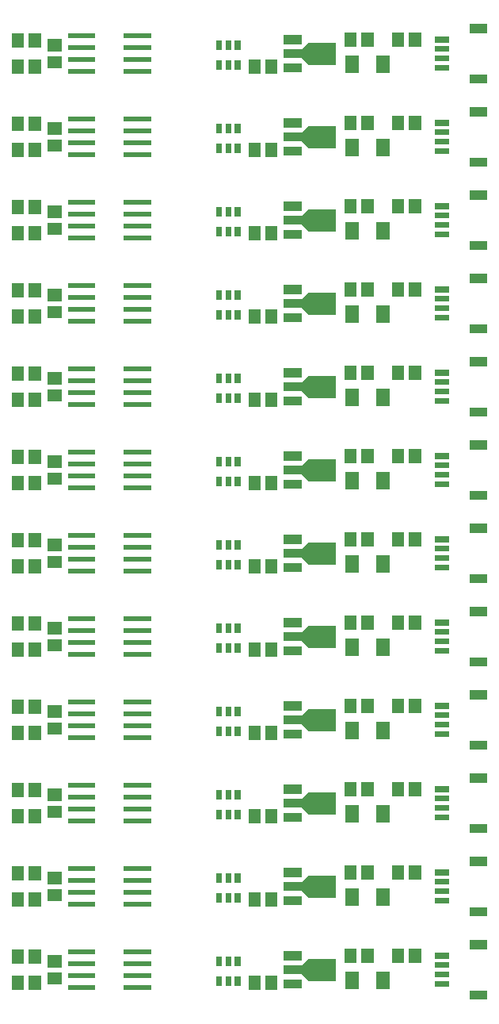
<source format=gbr>
G04 start of page 11 for group -4015 idx -4015 *
G04 Title: (unknown), toppaste *
G04 Creator: pcb 4.0.2 *
G04 CreationDate: Sun Oct 16 03:37:32 2022 UTC *
G04 For: ndholmes *
G04 Format: Gerber/RS-274X *
G04 PCB-Dimensions (mil): 3000.00 5500.00 *
G04 PCB-Coordinate-Origin: lower left *
%MOIN*%
%FSLAX25Y25*%
%LNTOPPASTE*%
%ADD53C,0.0001*%
G54D53*G36*
X228750Y466750D02*X223250D01*
Y459250D01*
X228750D01*
Y466750D01*
G37*
G36*
X215750D02*X210250D01*
Y459250D01*
X215750D01*
Y466750D01*
G37*
G36*
X85048Y466516D02*Y461398D01*
X90952D01*
Y466516D01*
X85048D01*
G37*
G36*
Y473602D02*Y468484D01*
X90952D01*
Y473602D01*
X85048D01*
G37*
G36*
X75016Y464952D02*X69898D01*
Y459048D01*
X75016D01*
Y464952D01*
G37*
G36*
X82102D02*X76984D01*
Y459048D01*
X82102D01*
Y464952D01*
G37*
G36*
X75016Y475952D02*X69898D01*
Y470048D01*
X75016D01*
Y475952D01*
G37*
G36*
X82102D02*X76984D01*
Y470048D01*
X82102D01*
Y475952D01*
G37*
G36*
X247949Y462775D02*Y460413D01*
X254051D01*
Y462775D01*
X247949D01*
G37*
G36*
Y466712D02*Y464350D01*
X254051D01*
Y466712D01*
X247949D01*
G37*
G36*
Y470650D02*Y468288D01*
X254051D01*
Y470650D01*
X247949D01*
G37*
G36*
Y474587D02*Y472225D01*
X254051D01*
Y474587D01*
X247949D01*
G37*
G36*
X262713Y458838D02*Y455000D01*
X269799D01*
Y458838D01*
X262713D01*
G37*
G36*
Y480000D02*Y476162D01*
X269799D01*
Y480000D01*
X262713D01*
G37*
G36*
X166100Y473000D02*X163700D01*
Y469000D01*
X166100D01*
Y473000D01*
G37*
G36*
X162200D02*X159800D01*
Y469000D01*
X162200D01*
Y473000D01*
G37*
G36*
X158300D02*X155900D01*
Y469000D01*
X158300D01*
Y473000D01*
G37*
G36*
Y464800D02*X155900D01*
Y460800D01*
X158300D01*
Y464800D01*
G37*
G36*
X162200D02*X159800D01*
Y460800D01*
X162200D01*
Y464800D01*
G37*
G36*
X166100D02*X163700D01*
Y460800D01*
X166100D01*
Y464800D01*
G37*
G36*
X184126Y475296D02*Y471516D01*
X192000D01*
Y475296D01*
X184126D01*
G37*
G36*
Y469390D02*Y465610D01*
X199716D01*
Y469390D01*
X184126D01*
G37*
G36*
X194835Y472225D02*Y462775D01*
X206175D01*
Y472225D01*
X194835D01*
G37*
G36*
X196255Y470805D02*X194835Y472225D01*
X191995Y469385D01*
X193415Y467965D01*
X196255Y470805D01*
G37*
G36*
X193415Y467035D02*X191995Y465615D01*
X194835Y462775D01*
X196255Y464195D01*
X193415Y467035D01*
G37*
G36*
X184126Y463484D02*Y459704D01*
X192000D01*
Y463484D01*
X184126D01*
G37*
G36*
X181602Y464952D02*X176484D01*
Y459048D01*
X181602D01*
Y464952D01*
G37*
G36*
X174516D02*X169398D01*
Y459048D01*
X174516D01*
Y464952D01*
G37*
G36*
X215016Y476452D02*X209898D01*
Y470548D01*
X215016D01*
Y476452D01*
G37*
G36*
X222102D02*X216984D01*
Y470548D01*
X222102D01*
Y476452D01*
G37*
G36*
X235016D02*X229898D01*
Y470548D01*
X235016D01*
Y476452D01*
G37*
G36*
X242102D02*X236984D01*
Y470548D01*
X242102D01*
Y476452D01*
G37*
G36*
X96500Y476000D02*Y474000D01*
X105000D01*
Y476000D01*
X96500D01*
G37*
G36*
Y471000D02*Y469000D01*
X105000D01*
Y471000D01*
X96500D01*
G37*
G36*
Y466000D02*Y464000D01*
X105000D01*
Y466000D01*
X96500D01*
G37*
G36*
Y461000D02*Y459000D01*
X105000D01*
Y461000D01*
X96500D01*
G37*
G36*
X117000D02*Y459000D01*
X125500D01*
Y461000D01*
X117000D01*
G37*
G36*
Y466000D02*Y464000D01*
X125500D01*
Y466000D01*
X117000D01*
G37*
G36*
Y471000D02*Y469000D01*
X125500D01*
Y471000D01*
X117000D01*
G37*
G36*
Y476000D02*Y474000D01*
X125500D01*
Y476000D01*
X117000D01*
G37*
G36*
X93500D02*Y474000D01*
X102000D01*
Y476000D01*
X93500D01*
G37*
G36*
Y471000D02*Y469000D01*
X102000D01*
Y471000D01*
X93500D01*
G37*
G36*
Y466000D02*Y464000D01*
X102000D01*
Y466000D01*
X93500D01*
G37*
G36*
Y461000D02*Y459000D01*
X102000D01*
Y461000D01*
X93500D01*
G37*
G36*
X120000D02*Y459000D01*
X128500D01*
Y461000D01*
X120000D01*
G37*
G36*
Y466000D02*Y464000D01*
X128500D01*
Y466000D01*
X120000D01*
G37*
G36*
Y471000D02*Y469000D01*
X128500D01*
Y471000D01*
X120000D01*
G37*
G36*
Y476000D02*Y474000D01*
X128500D01*
Y476000D01*
X120000D01*
G37*
G36*
X228750Y431750D02*X223250D01*
Y424250D01*
X228750D01*
Y431750D01*
G37*
G36*
X215750D02*X210250D01*
Y424250D01*
X215750D01*
Y431750D01*
G37*
G36*
X85048Y431516D02*Y426398D01*
X90952D01*
Y431516D01*
X85048D01*
G37*
G36*
Y438602D02*Y433484D01*
X90952D01*
Y438602D01*
X85048D01*
G37*
G36*
X75016Y429952D02*X69898D01*
Y424048D01*
X75016D01*
Y429952D01*
G37*
G36*
X82102D02*X76984D01*
Y424048D01*
X82102D01*
Y429952D01*
G37*
G36*
X75016Y440952D02*X69898D01*
Y435048D01*
X75016D01*
Y440952D01*
G37*
G36*
X82102D02*X76984D01*
Y435048D01*
X82102D01*
Y440952D01*
G37*
G36*
X247949Y427775D02*Y425413D01*
X254051D01*
Y427775D01*
X247949D01*
G37*
G36*
Y431712D02*Y429350D01*
X254051D01*
Y431712D01*
X247949D01*
G37*
G36*
Y435650D02*Y433288D01*
X254051D01*
Y435650D01*
X247949D01*
G37*
G36*
Y439587D02*Y437225D01*
X254051D01*
Y439587D01*
X247949D01*
G37*
G36*
X262713Y423838D02*Y420000D01*
X269799D01*
Y423838D01*
X262713D01*
G37*
G36*
Y445000D02*Y441162D01*
X269799D01*
Y445000D01*
X262713D01*
G37*
G36*
X166100Y438000D02*X163700D01*
Y434000D01*
X166100D01*
Y438000D01*
G37*
G36*
X162200D02*X159800D01*
Y434000D01*
X162200D01*
Y438000D01*
G37*
G36*
X158300D02*X155900D01*
Y434000D01*
X158300D01*
Y438000D01*
G37*
G36*
Y429800D02*X155900D01*
Y425800D01*
X158300D01*
Y429800D01*
G37*
G36*
X162200D02*X159800D01*
Y425800D01*
X162200D01*
Y429800D01*
G37*
G36*
X166100D02*X163700D01*
Y425800D01*
X166100D01*
Y429800D01*
G37*
G36*
X184126Y440296D02*Y436516D01*
X192000D01*
Y440296D01*
X184126D01*
G37*
G36*
Y434390D02*Y430610D01*
X199716D01*
Y434390D01*
X184126D01*
G37*
G36*
X194835Y437225D02*Y427775D01*
X206175D01*
Y437225D01*
X194835D01*
G37*
G36*
X196255Y435805D02*X194835Y437225D01*
X191995Y434385D01*
X193415Y432965D01*
X196255Y435805D01*
G37*
G36*
X193415Y432035D02*X191995Y430615D01*
X194835Y427775D01*
X196255Y429195D01*
X193415Y432035D01*
G37*
G36*
X184126Y428484D02*Y424704D01*
X192000D01*
Y428484D01*
X184126D01*
G37*
G36*
X181602Y429952D02*X176484D01*
Y424048D01*
X181602D01*
Y429952D01*
G37*
G36*
X174516D02*X169398D01*
Y424048D01*
X174516D01*
Y429952D01*
G37*
G36*
X215016Y441452D02*X209898D01*
Y435548D01*
X215016D01*
Y441452D01*
G37*
G36*
X222102D02*X216984D01*
Y435548D01*
X222102D01*
Y441452D01*
G37*
G36*
X235016D02*X229898D01*
Y435548D01*
X235016D01*
Y441452D01*
G37*
G36*
X242102D02*X236984D01*
Y435548D01*
X242102D01*
Y441452D01*
G37*
G36*
X96500Y441000D02*Y439000D01*
X105000D01*
Y441000D01*
X96500D01*
G37*
G36*
Y436000D02*Y434000D01*
X105000D01*
Y436000D01*
X96500D01*
G37*
G36*
Y431000D02*Y429000D01*
X105000D01*
Y431000D01*
X96500D01*
G37*
G36*
Y426000D02*Y424000D01*
X105000D01*
Y426000D01*
X96500D01*
G37*
G36*
X117000D02*Y424000D01*
X125500D01*
Y426000D01*
X117000D01*
G37*
G36*
Y431000D02*Y429000D01*
X125500D01*
Y431000D01*
X117000D01*
G37*
G36*
Y436000D02*Y434000D01*
X125500D01*
Y436000D01*
X117000D01*
G37*
G36*
Y441000D02*Y439000D01*
X125500D01*
Y441000D01*
X117000D01*
G37*
G36*
X93500D02*Y439000D01*
X102000D01*
Y441000D01*
X93500D01*
G37*
G36*
Y436000D02*Y434000D01*
X102000D01*
Y436000D01*
X93500D01*
G37*
G36*
Y431000D02*Y429000D01*
X102000D01*
Y431000D01*
X93500D01*
G37*
G36*
Y426000D02*Y424000D01*
X102000D01*
Y426000D01*
X93500D01*
G37*
G36*
X120000D02*Y424000D01*
X128500D01*
Y426000D01*
X120000D01*
G37*
G36*
Y431000D02*Y429000D01*
X128500D01*
Y431000D01*
X120000D01*
G37*
G36*
Y436000D02*Y434000D01*
X128500D01*
Y436000D01*
X120000D01*
G37*
G36*
Y441000D02*Y439000D01*
X128500D01*
Y441000D01*
X120000D01*
G37*
G36*
X228750Y396750D02*X223250D01*
Y389250D01*
X228750D01*
Y396750D01*
G37*
G36*
X215750D02*X210250D01*
Y389250D01*
X215750D01*
Y396750D01*
G37*
G36*
X85048Y396516D02*Y391398D01*
X90952D01*
Y396516D01*
X85048D01*
G37*
G36*
Y403602D02*Y398484D01*
X90952D01*
Y403602D01*
X85048D01*
G37*
G36*
X75016Y394952D02*X69898D01*
Y389048D01*
X75016D01*
Y394952D01*
G37*
G36*
X82102D02*X76984D01*
Y389048D01*
X82102D01*
Y394952D01*
G37*
G36*
X75016Y405952D02*X69898D01*
Y400048D01*
X75016D01*
Y405952D01*
G37*
G36*
X82102D02*X76984D01*
Y400048D01*
X82102D01*
Y405952D01*
G37*
G36*
X247949Y392775D02*Y390413D01*
X254051D01*
Y392775D01*
X247949D01*
G37*
G36*
Y396712D02*Y394350D01*
X254051D01*
Y396712D01*
X247949D01*
G37*
G36*
Y400650D02*Y398288D01*
X254051D01*
Y400650D01*
X247949D01*
G37*
G36*
Y404587D02*Y402225D01*
X254051D01*
Y404587D01*
X247949D01*
G37*
G36*
X262713Y388838D02*Y385000D01*
X269799D01*
Y388838D01*
X262713D01*
G37*
G36*
Y410000D02*Y406162D01*
X269799D01*
Y410000D01*
X262713D01*
G37*
G36*
X166100Y403000D02*X163700D01*
Y399000D01*
X166100D01*
Y403000D01*
G37*
G36*
X162200D02*X159800D01*
Y399000D01*
X162200D01*
Y403000D01*
G37*
G36*
X158300D02*X155900D01*
Y399000D01*
X158300D01*
Y403000D01*
G37*
G36*
Y394800D02*X155900D01*
Y390800D01*
X158300D01*
Y394800D01*
G37*
G36*
X162200D02*X159800D01*
Y390800D01*
X162200D01*
Y394800D01*
G37*
G36*
X166100D02*X163700D01*
Y390800D01*
X166100D01*
Y394800D01*
G37*
G36*
X184126Y405296D02*Y401516D01*
X192000D01*
Y405296D01*
X184126D01*
G37*
G36*
Y399390D02*Y395610D01*
X199716D01*
Y399390D01*
X184126D01*
G37*
G36*
X194835Y402225D02*Y392775D01*
X206175D01*
Y402225D01*
X194835D01*
G37*
G36*
X196255Y400805D02*X194835Y402225D01*
X191995Y399385D01*
X193415Y397965D01*
X196255Y400805D01*
G37*
G36*
X193415Y397035D02*X191995Y395615D01*
X194835Y392775D01*
X196255Y394195D01*
X193415Y397035D01*
G37*
G36*
X184126Y393484D02*Y389704D01*
X192000D01*
Y393484D01*
X184126D01*
G37*
G36*
X181602Y394952D02*X176484D01*
Y389048D01*
X181602D01*
Y394952D01*
G37*
G36*
X174516D02*X169398D01*
Y389048D01*
X174516D01*
Y394952D01*
G37*
G36*
X215016Y406452D02*X209898D01*
Y400548D01*
X215016D01*
Y406452D01*
G37*
G36*
X222102D02*X216984D01*
Y400548D01*
X222102D01*
Y406452D01*
G37*
G36*
X235016D02*X229898D01*
Y400548D01*
X235016D01*
Y406452D01*
G37*
G36*
X242102D02*X236984D01*
Y400548D01*
X242102D01*
Y406452D01*
G37*
G36*
X96500Y406000D02*Y404000D01*
X105000D01*
Y406000D01*
X96500D01*
G37*
G36*
Y401000D02*Y399000D01*
X105000D01*
Y401000D01*
X96500D01*
G37*
G36*
Y396000D02*Y394000D01*
X105000D01*
Y396000D01*
X96500D01*
G37*
G36*
Y391000D02*Y389000D01*
X105000D01*
Y391000D01*
X96500D01*
G37*
G36*
X117000D02*Y389000D01*
X125500D01*
Y391000D01*
X117000D01*
G37*
G36*
Y396000D02*Y394000D01*
X125500D01*
Y396000D01*
X117000D01*
G37*
G36*
Y401000D02*Y399000D01*
X125500D01*
Y401000D01*
X117000D01*
G37*
G36*
Y406000D02*Y404000D01*
X125500D01*
Y406000D01*
X117000D01*
G37*
G36*
X93500D02*Y404000D01*
X102000D01*
Y406000D01*
X93500D01*
G37*
G36*
Y401000D02*Y399000D01*
X102000D01*
Y401000D01*
X93500D01*
G37*
G36*
Y396000D02*Y394000D01*
X102000D01*
Y396000D01*
X93500D01*
G37*
G36*
Y391000D02*Y389000D01*
X102000D01*
Y391000D01*
X93500D01*
G37*
G36*
X120000D02*Y389000D01*
X128500D01*
Y391000D01*
X120000D01*
G37*
G36*
Y396000D02*Y394000D01*
X128500D01*
Y396000D01*
X120000D01*
G37*
G36*
Y401000D02*Y399000D01*
X128500D01*
Y401000D01*
X120000D01*
G37*
G36*
Y406000D02*Y404000D01*
X128500D01*
Y406000D01*
X120000D01*
G37*
G36*
X228750Y361750D02*X223250D01*
Y354250D01*
X228750D01*
Y361750D01*
G37*
G36*
X215750D02*X210250D01*
Y354250D01*
X215750D01*
Y361750D01*
G37*
G36*
X85048Y361516D02*Y356398D01*
X90952D01*
Y361516D01*
X85048D01*
G37*
G36*
Y368602D02*Y363484D01*
X90952D01*
Y368602D01*
X85048D01*
G37*
G36*
X75016Y359952D02*X69898D01*
Y354048D01*
X75016D01*
Y359952D01*
G37*
G36*
X82102D02*X76984D01*
Y354048D01*
X82102D01*
Y359952D01*
G37*
G36*
X75016Y370952D02*X69898D01*
Y365048D01*
X75016D01*
Y370952D01*
G37*
G36*
X82102D02*X76984D01*
Y365048D01*
X82102D01*
Y370952D01*
G37*
G36*
X247949Y357775D02*Y355413D01*
X254051D01*
Y357775D01*
X247949D01*
G37*
G36*
Y361712D02*Y359350D01*
X254051D01*
Y361712D01*
X247949D01*
G37*
G36*
Y365650D02*Y363288D01*
X254051D01*
Y365650D01*
X247949D01*
G37*
G36*
Y369587D02*Y367225D01*
X254051D01*
Y369587D01*
X247949D01*
G37*
G36*
X262713Y353838D02*Y350000D01*
X269799D01*
Y353838D01*
X262713D01*
G37*
G36*
Y375000D02*Y371162D01*
X269799D01*
Y375000D01*
X262713D01*
G37*
G36*
X166100Y368000D02*X163700D01*
Y364000D01*
X166100D01*
Y368000D01*
G37*
G36*
X162200D02*X159800D01*
Y364000D01*
X162200D01*
Y368000D01*
G37*
G36*
X158300D02*X155900D01*
Y364000D01*
X158300D01*
Y368000D01*
G37*
G36*
Y359800D02*X155900D01*
Y355800D01*
X158300D01*
Y359800D01*
G37*
G36*
X162200D02*X159800D01*
Y355800D01*
X162200D01*
Y359800D01*
G37*
G36*
X166100D02*X163700D01*
Y355800D01*
X166100D01*
Y359800D01*
G37*
G36*
X184126Y370296D02*Y366516D01*
X192000D01*
Y370296D01*
X184126D01*
G37*
G36*
Y364390D02*Y360610D01*
X199716D01*
Y364390D01*
X184126D01*
G37*
G36*
X194835Y367225D02*Y357775D01*
X206175D01*
Y367225D01*
X194835D01*
G37*
G36*
X196255Y365805D02*X194835Y367225D01*
X191995Y364385D01*
X193415Y362965D01*
X196255Y365805D01*
G37*
G36*
X193415Y362035D02*X191995Y360615D01*
X194835Y357775D01*
X196255Y359195D01*
X193415Y362035D01*
G37*
G36*
X184126Y358484D02*Y354704D01*
X192000D01*
Y358484D01*
X184126D01*
G37*
G36*
X181602Y359952D02*X176484D01*
Y354048D01*
X181602D01*
Y359952D01*
G37*
G36*
X174516D02*X169398D01*
Y354048D01*
X174516D01*
Y359952D01*
G37*
G36*
X215016Y371452D02*X209898D01*
Y365548D01*
X215016D01*
Y371452D01*
G37*
G36*
X222102D02*X216984D01*
Y365548D01*
X222102D01*
Y371452D01*
G37*
G36*
X235016D02*X229898D01*
Y365548D01*
X235016D01*
Y371452D01*
G37*
G36*
X242102D02*X236984D01*
Y365548D01*
X242102D01*
Y371452D01*
G37*
G36*
X96500Y371000D02*Y369000D01*
X105000D01*
Y371000D01*
X96500D01*
G37*
G36*
Y366000D02*Y364000D01*
X105000D01*
Y366000D01*
X96500D01*
G37*
G36*
Y361000D02*Y359000D01*
X105000D01*
Y361000D01*
X96500D01*
G37*
G36*
Y356000D02*Y354000D01*
X105000D01*
Y356000D01*
X96500D01*
G37*
G36*
X117000D02*Y354000D01*
X125500D01*
Y356000D01*
X117000D01*
G37*
G36*
Y361000D02*Y359000D01*
X125500D01*
Y361000D01*
X117000D01*
G37*
G36*
Y366000D02*Y364000D01*
X125500D01*
Y366000D01*
X117000D01*
G37*
G36*
Y371000D02*Y369000D01*
X125500D01*
Y371000D01*
X117000D01*
G37*
G36*
X93500D02*Y369000D01*
X102000D01*
Y371000D01*
X93500D01*
G37*
G36*
Y366000D02*Y364000D01*
X102000D01*
Y366000D01*
X93500D01*
G37*
G36*
Y361000D02*Y359000D01*
X102000D01*
Y361000D01*
X93500D01*
G37*
G36*
Y356000D02*Y354000D01*
X102000D01*
Y356000D01*
X93500D01*
G37*
G36*
X120000D02*Y354000D01*
X128500D01*
Y356000D01*
X120000D01*
G37*
G36*
Y361000D02*Y359000D01*
X128500D01*
Y361000D01*
X120000D01*
G37*
G36*
Y366000D02*Y364000D01*
X128500D01*
Y366000D01*
X120000D01*
G37*
G36*
Y371000D02*Y369000D01*
X128500D01*
Y371000D01*
X120000D01*
G37*
G36*
X228750Y326750D02*X223250D01*
Y319250D01*
X228750D01*
Y326750D01*
G37*
G36*
X215750D02*X210250D01*
Y319250D01*
X215750D01*
Y326750D01*
G37*
G36*
X85048Y326516D02*Y321398D01*
X90952D01*
Y326516D01*
X85048D01*
G37*
G36*
Y333602D02*Y328484D01*
X90952D01*
Y333602D01*
X85048D01*
G37*
G36*
X75016Y324952D02*X69898D01*
Y319048D01*
X75016D01*
Y324952D01*
G37*
G36*
X82102D02*X76984D01*
Y319048D01*
X82102D01*
Y324952D01*
G37*
G36*
X75016Y335952D02*X69898D01*
Y330048D01*
X75016D01*
Y335952D01*
G37*
G36*
X82102D02*X76984D01*
Y330048D01*
X82102D01*
Y335952D01*
G37*
G36*
X247949Y322775D02*Y320413D01*
X254051D01*
Y322775D01*
X247949D01*
G37*
G36*
Y326712D02*Y324350D01*
X254051D01*
Y326712D01*
X247949D01*
G37*
G36*
Y330650D02*Y328288D01*
X254051D01*
Y330650D01*
X247949D01*
G37*
G36*
Y334587D02*Y332225D01*
X254051D01*
Y334587D01*
X247949D01*
G37*
G36*
X262713Y318838D02*Y315000D01*
X269799D01*
Y318838D01*
X262713D01*
G37*
G36*
Y340000D02*Y336162D01*
X269799D01*
Y340000D01*
X262713D01*
G37*
G36*
X166100Y333000D02*X163700D01*
Y329000D01*
X166100D01*
Y333000D01*
G37*
G36*
X162200D02*X159800D01*
Y329000D01*
X162200D01*
Y333000D01*
G37*
G36*
X158300D02*X155900D01*
Y329000D01*
X158300D01*
Y333000D01*
G37*
G36*
Y324800D02*X155900D01*
Y320800D01*
X158300D01*
Y324800D01*
G37*
G36*
X162200D02*X159800D01*
Y320800D01*
X162200D01*
Y324800D01*
G37*
G36*
X166100D02*X163700D01*
Y320800D01*
X166100D01*
Y324800D01*
G37*
G36*
X184126Y335296D02*Y331516D01*
X192000D01*
Y335296D01*
X184126D01*
G37*
G36*
Y329390D02*Y325610D01*
X199716D01*
Y329390D01*
X184126D01*
G37*
G36*
X194835Y332225D02*Y322775D01*
X206175D01*
Y332225D01*
X194835D01*
G37*
G36*
X196255Y330805D02*X194835Y332225D01*
X191995Y329385D01*
X193415Y327965D01*
X196255Y330805D01*
G37*
G36*
X193415Y327035D02*X191995Y325615D01*
X194835Y322775D01*
X196255Y324195D01*
X193415Y327035D01*
G37*
G36*
X184126Y323484D02*Y319704D01*
X192000D01*
Y323484D01*
X184126D01*
G37*
G36*
X181602Y324952D02*X176484D01*
Y319048D01*
X181602D01*
Y324952D01*
G37*
G36*
X174516D02*X169398D01*
Y319048D01*
X174516D01*
Y324952D01*
G37*
G36*
X215016Y336452D02*X209898D01*
Y330548D01*
X215016D01*
Y336452D01*
G37*
G36*
X222102D02*X216984D01*
Y330548D01*
X222102D01*
Y336452D01*
G37*
G36*
X235016D02*X229898D01*
Y330548D01*
X235016D01*
Y336452D01*
G37*
G36*
X242102D02*X236984D01*
Y330548D01*
X242102D01*
Y336452D01*
G37*
G36*
X96500Y336000D02*Y334000D01*
X105000D01*
Y336000D01*
X96500D01*
G37*
G36*
Y331000D02*Y329000D01*
X105000D01*
Y331000D01*
X96500D01*
G37*
G36*
Y326000D02*Y324000D01*
X105000D01*
Y326000D01*
X96500D01*
G37*
G36*
Y321000D02*Y319000D01*
X105000D01*
Y321000D01*
X96500D01*
G37*
G36*
X117000D02*Y319000D01*
X125500D01*
Y321000D01*
X117000D01*
G37*
G36*
Y326000D02*Y324000D01*
X125500D01*
Y326000D01*
X117000D01*
G37*
G36*
Y331000D02*Y329000D01*
X125500D01*
Y331000D01*
X117000D01*
G37*
G36*
Y336000D02*Y334000D01*
X125500D01*
Y336000D01*
X117000D01*
G37*
G36*
X93500D02*Y334000D01*
X102000D01*
Y336000D01*
X93500D01*
G37*
G36*
Y331000D02*Y329000D01*
X102000D01*
Y331000D01*
X93500D01*
G37*
G36*
Y326000D02*Y324000D01*
X102000D01*
Y326000D01*
X93500D01*
G37*
G36*
Y321000D02*Y319000D01*
X102000D01*
Y321000D01*
X93500D01*
G37*
G36*
X120000D02*Y319000D01*
X128500D01*
Y321000D01*
X120000D01*
G37*
G36*
Y326000D02*Y324000D01*
X128500D01*
Y326000D01*
X120000D01*
G37*
G36*
Y331000D02*Y329000D01*
X128500D01*
Y331000D01*
X120000D01*
G37*
G36*
Y336000D02*Y334000D01*
X128500D01*
Y336000D01*
X120000D01*
G37*
G36*
X228750Y291750D02*X223250D01*
Y284250D01*
X228750D01*
Y291750D01*
G37*
G36*
X215750D02*X210250D01*
Y284250D01*
X215750D01*
Y291750D01*
G37*
G36*
X85048Y291516D02*Y286398D01*
X90952D01*
Y291516D01*
X85048D01*
G37*
G36*
Y298602D02*Y293484D01*
X90952D01*
Y298602D01*
X85048D01*
G37*
G36*
X75016Y289952D02*X69898D01*
Y284048D01*
X75016D01*
Y289952D01*
G37*
G36*
X82102D02*X76984D01*
Y284048D01*
X82102D01*
Y289952D01*
G37*
G36*
X75016Y300952D02*X69898D01*
Y295048D01*
X75016D01*
Y300952D01*
G37*
G36*
X82102D02*X76984D01*
Y295048D01*
X82102D01*
Y300952D01*
G37*
G36*
X247949Y287775D02*Y285413D01*
X254051D01*
Y287775D01*
X247949D01*
G37*
G36*
Y291712D02*Y289350D01*
X254051D01*
Y291712D01*
X247949D01*
G37*
G36*
Y295650D02*Y293288D01*
X254051D01*
Y295650D01*
X247949D01*
G37*
G36*
Y299587D02*Y297225D01*
X254051D01*
Y299587D01*
X247949D01*
G37*
G36*
X262713Y283838D02*Y280000D01*
X269799D01*
Y283838D01*
X262713D01*
G37*
G36*
Y305000D02*Y301162D01*
X269799D01*
Y305000D01*
X262713D01*
G37*
G36*
X166100Y298000D02*X163700D01*
Y294000D01*
X166100D01*
Y298000D01*
G37*
G36*
X162200D02*X159800D01*
Y294000D01*
X162200D01*
Y298000D01*
G37*
G36*
X158300D02*X155900D01*
Y294000D01*
X158300D01*
Y298000D01*
G37*
G36*
Y289800D02*X155900D01*
Y285800D01*
X158300D01*
Y289800D01*
G37*
G36*
X162200D02*X159800D01*
Y285800D01*
X162200D01*
Y289800D01*
G37*
G36*
X166100D02*X163700D01*
Y285800D01*
X166100D01*
Y289800D01*
G37*
G36*
X184126Y300296D02*Y296516D01*
X192000D01*
Y300296D01*
X184126D01*
G37*
G36*
Y294390D02*Y290610D01*
X199716D01*
Y294390D01*
X184126D01*
G37*
G36*
X194835Y297225D02*Y287775D01*
X206175D01*
Y297225D01*
X194835D01*
G37*
G36*
X196255Y295805D02*X194835Y297225D01*
X191995Y294385D01*
X193415Y292965D01*
X196255Y295805D01*
G37*
G36*
X193415Y292035D02*X191995Y290615D01*
X194835Y287775D01*
X196255Y289195D01*
X193415Y292035D01*
G37*
G36*
X184126Y288484D02*Y284704D01*
X192000D01*
Y288484D01*
X184126D01*
G37*
G36*
X181602Y289952D02*X176484D01*
Y284048D01*
X181602D01*
Y289952D01*
G37*
G36*
X174516D02*X169398D01*
Y284048D01*
X174516D01*
Y289952D01*
G37*
G36*
X215016Y301452D02*X209898D01*
Y295548D01*
X215016D01*
Y301452D01*
G37*
G36*
X222102D02*X216984D01*
Y295548D01*
X222102D01*
Y301452D01*
G37*
G36*
X235016D02*X229898D01*
Y295548D01*
X235016D01*
Y301452D01*
G37*
G36*
X242102D02*X236984D01*
Y295548D01*
X242102D01*
Y301452D01*
G37*
G36*
X96500Y301000D02*Y299000D01*
X105000D01*
Y301000D01*
X96500D01*
G37*
G36*
Y296000D02*Y294000D01*
X105000D01*
Y296000D01*
X96500D01*
G37*
G36*
Y291000D02*Y289000D01*
X105000D01*
Y291000D01*
X96500D01*
G37*
G36*
Y286000D02*Y284000D01*
X105000D01*
Y286000D01*
X96500D01*
G37*
G36*
X117000D02*Y284000D01*
X125500D01*
Y286000D01*
X117000D01*
G37*
G36*
Y291000D02*Y289000D01*
X125500D01*
Y291000D01*
X117000D01*
G37*
G36*
Y296000D02*Y294000D01*
X125500D01*
Y296000D01*
X117000D01*
G37*
G36*
Y301000D02*Y299000D01*
X125500D01*
Y301000D01*
X117000D01*
G37*
G36*
X93500D02*Y299000D01*
X102000D01*
Y301000D01*
X93500D01*
G37*
G36*
Y296000D02*Y294000D01*
X102000D01*
Y296000D01*
X93500D01*
G37*
G36*
Y291000D02*Y289000D01*
X102000D01*
Y291000D01*
X93500D01*
G37*
G36*
Y286000D02*Y284000D01*
X102000D01*
Y286000D01*
X93500D01*
G37*
G36*
X120000D02*Y284000D01*
X128500D01*
Y286000D01*
X120000D01*
G37*
G36*
Y291000D02*Y289000D01*
X128500D01*
Y291000D01*
X120000D01*
G37*
G36*
Y296000D02*Y294000D01*
X128500D01*
Y296000D01*
X120000D01*
G37*
G36*
Y301000D02*Y299000D01*
X128500D01*
Y301000D01*
X120000D01*
G37*
G36*
X228750Y256750D02*X223250D01*
Y249250D01*
X228750D01*
Y256750D01*
G37*
G36*
X215750D02*X210250D01*
Y249250D01*
X215750D01*
Y256750D01*
G37*
G36*
X85048Y256516D02*Y251398D01*
X90952D01*
Y256516D01*
X85048D01*
G37*
G36*
Y263602D02*Y258484D01*
X90952D01*
Y263602D01*
X85048D01*
G37*
G36*
X75016Y254952D02*X69898D01*
Y249048D01*
X75016D01*
Y254952D01*
G37*
G36*
X82102D02*X76984D01*
Y249048D01*
X82102D01*
Y254952D01*
G37*
G36*
X75016Y265952D02*X69898D01*
Y260048D01*
X75016D01*
Y265952D01*
G37*
G36*
X82102D02*X76984D01*
Y260048D01*
X82102D01*
Y265952D01*
G37*
G36*
X247949Y252775D02*Y250413D01*
X254051D01*
Y252775D01*
X247949D01*
G37*
G36*
Y256712D02*Y254350D01*
X254051D01*
Y256712D01*
X247949D01*
G37*
G36*
Y260650D02*Y258288D01*
X254051D01*
Y260650D01*
X247949D01*
G37*
G36*
Y264587D02*Y262225D01*
X254051D01*
Y264587D01*
X247949D01*
G37*
G36*
X262713Y248838D02*Y245000D01*
X269799D01*
Y248838D01*
X262713D01*
G37*
G36*
Y270000D02*Y266162D01*
X269799D01*
Y270000D01*
X262713D01*
G37*
G36*
X166100Y263000D02*X163700D01*
Y259000D01*
X166100D01*
Y263000D01*
G37*
G36*
X162200D02*X159800D01*
Y259000D01*
X162200D01*
Y263000D01*
G37*
G36*
X158300D02*X155900D01*
Y259000D01*
X158300D01*
Y263000D01*
G37*
G36*
Y254800D02*X155900D01*
Y250800D01*
X158300D01*
Y254800D01*
G37*
G36*
X162200D02*X159800D01*
Y250800D01*
X162200D01*
Y254800D01*
G37*
G36*
X166100D02*X163700D01*
Y250800D01*
X166100D01*
Y254800D01*
G37*
G36*
X184126Y265296D02*Y261516D01*
X192000D01*
Y265296D01*
X184126D01*
G37*
G36*
Y259390D02*Y255610D01*
X199716D01*
Y259390D01*
X184126D01*
G37*
G36*
X194835Y262225D02*Y252775D01*
X206175D01*
Y262225D01*
X194835D01*
G37*
G36*
X196255Y260805D02*X194835Y262225D01*
X191995Y259385D01*
X193415Y257965D01*
X196255Y260805D01*
G37*
G36*
X193415Y257035D02*X191995Y255615D01*
X194835Y252775D01*
X196255Y254195D01*
X193415Y257035D01*
G37*
G36*
X184126Y253484D02*Y249704D01*
X192000D01*
Y253484D01*
X184126D01*
G37*
G36*
X181602Y254952D02*X176484D01*
Y249048D01*
X181602D01*
Y254952D01*
G37*
G36*
X174516D02*X169398D01*
Y249048D01*
X174516D01*
Y254952D01*
G37*
G36*
X215016Y266452D02*X209898D01*
Y260548D01*
X215016D01*
Y266452D01*
G37*
G36*
X222102D02*X216984D01*
Y260548D01*
X222102D01*
Y266452D01*
G37*
G36*
X235016D02*X229898D01*
Y260548D01*
X235016D01*
Y266452D01*
G37*
G36*
X242102D02*X236984D01*
Y260548D01*
X242102D01*
Y266452D01*
G37*
G36*
X96500Y266000D02*Y264000D01*
X105000D01*
Y266000D01*
X96500D01*
G37*
G36*
Y261000D02*Y259000D01*
X105000D01*
Y261000D01*
X96500D01*
G37*
G36*
Y256000D02*Y254000D01*
X105000D01*
Y256000D01*
X96500D01*
G37*
G36*
Y251000D02*Y249000D01*
X105000D01*
Y251000D01*
X96500D01*
G37*
G36*
X117000D02*Y249000D01*
X125500D01*
Y251000D01*
X117000D01*
G37*
G36*
Y256000D02*Y254000D01*
X125500D01*
Y256000D01*
X117000D01*
G37*
G36*
Y261000D02*Y259000D01*
X125500D01*
Y261000D01*
X117000D01*
G37*
G36*
Y266000D02*Y264000D01*
X125500D01*
Y266000D01*
X117000D01*
G37*
G36*
X93500D02*Y264000D01*
X102000D01*
Y266000D01*
X93500D01*
G37*
G36*
Y261000D02*Y259000D01*
X102000D01*
Y261000D01*
X93500D01*
G37*
G36*
Y256000D02*Y254000D01*
X102000D01*
Y256000D01*
X93500D01*
G37*
G36*
Y251000D02*Y249000D01*
X102000D01*
Y251000D01*
X93500D01*
G37*
G36*
X120000D02*Y249000D01*
X128500D01*
Y251000D01*
X120000D01*
G37*
G36*
Y256000D02*Y254000D01*
X128500D01*
Y256000D01*
X120000D01*
G37*
G36*
Y261000D02*Y259000D01*
X128500D01*
Y261000D01*
X120000D01*
G37*
G36*
Y266000D02*Y264000D01*
X128500D01*
Y266000D01*
X120000D01*
G37*
G36*
X228750Y221750D02*X223250D01*
Y214250D01*
X228750D01*
Y221750D01*
G37*
G36*
X215750D02*X210250D01*
Y214250D01*
X215750D01*
Y221750D01*
G37*
G36*
X85048Y221516D02*Y216398D01*
X90952D01*
Y221516D01*
X85048D01*
G37*
G36*
Y228602D02*Y223484D01*
X90952D01*
Y228602D01*
X85048D01*
G37*
G36*
X75016Y219952D02*X69898D01*
Y214048D01*
X75016D01*
Y219952D01*
G37*
G36*
X82102D02*X76984D01*
Y214048D01*
X82102D01*
Y219952D01*
G37*
G36*
X75016Y230952D02*X69898D01*
Y225048D01*
X75016D01*
Y230952D01*
G37*
G36*
X82102D02*X76984D01*
Y225048D01*
X82102D01*
Y230952D01*
G37*
G36*
X247949Y217775D02*Y215413D01*
X254051D01*
Y217775D01*
X247949D01*
G37*
G36*
Y221712D02*Y219350D01*
X254051D01*
Y221712D01*
X247949D01*
G37*
G36*
Y225650D02*Y223288D01*
X254051D01*
Y225650D01*
X247949D01*
G37*
G36*
Y229587D02*Y227225D01*
X254051D01*
Y229587D01*
X247949D01*
G37*
G36*
X262713Y213838D02*Y210000D01*
X269799D01*
Y213838D01*
X262713D01*
G37*
G36*
Y235000D02*Y231162D01*
X269799D01*
Y235000D01*
X262713D01*
G37*
G36*
X166100Y228000D02*X163700D01*
Y224000D01*
X166100D01*
Y228000D01*
G37*
G36*
X162200D02*X159800D01*
Y224000D01*
X162200D01*
Y228000D01*
G37*
G36*
X158300D02*X155900D01*
Y224000D01*
X158300D01*
Y228000D01*
G37*
G36*
Y219800D02*X155900D01*
Y215800D01*
X158300D01*
Y219800D01*
G37*
G36*
X162200D02*X159800D01*
Y215800D01*
X162200D01*
Y219800D01*
G37*
G36*
X166100D02*X163700D01*
Y215800D01*
X166100D01*
Y219800D01*
G37*
G36*
X184126Y230296D02*Y226516D01*
X192000D01*
Y230296D01*
X184126D01*
G37*
G36*
Y224390D02*Y220610D01*
X199716D01*
Y224390D01*
X184126D01*
G37*
G36*
X194835Y227225D02*Y217775D01*
X206175D01*
Y227225D01*
X194835D01*
G37*
G36*
X196255Y225805D02*X194835Y227225D01*
X191995Y224385D01*
X193415Y222965D01*
X196255Y225805D01*
G37*
G36*
X193415Y222035D02*X191995Y220615D01*
X194835Y217775D01*
X196255Y219195D01*
X193415Y222035D01*
G37*
G36*
X184126Y218484D02*Y214704D01*
X192000D01*
Y218484D01*
X184126D01*
G37*
G36*
X181602Y219952D02*X176484D01*
Y214048D01*
X181602D01*
Y219952D01*
G37*
G36*
X174516D02*X169398D01*
Y214048D01*
X174516D01*
Y219952D01*
G37*
G36*
X215016Y231452D02*X209898D01*
Y225548D01*
X215016D01*
Y231452D01*
G37*
G36*
X222102D02*X216984D01*
Y225548D01*
X222102D01*
Y231452D01*
G37*
G36*
X235016D02*X229898D01*
Y225548D01*
X235016D01*
Y231452D01*
G37*
G36*
X242102D02*X236984D01*
Y225548D01*
X242102D01*
Y231452D01*
G37*
G36*
X96500Y231000D02*Y229000D01*
X105000D01*
Y231000D01*
X96500D01*
G37*
G36*
Y226000D02*Y224000D01*
X105000D01*
Y226000D01*
X96500D01*
G37*
G36*
Y221000D02*Y219000D01*
X105000D01*
Y221000D01*
X96500D01*
G37*
G36*
Y216000D02*Y214000D01*
X105000D01*
Y216000D01*
X96500D01*
G37*
G36*
X117000D02*Y214000D01*
X125500D01*
Y216000D01*
X117000D01*
G37*
G36*
Y221000D02*Y219000D01*
X125500D01*
Y221000D01*
X117000D01*
G37*
G36*
Y226000D02*Y224000D01*
X125500D01*
Y226000D01*
X117000D01*
G37*
G36*
Y231000D02*Y229000D01*
X125500D01*
Y231000D01*
X117000D01*
G37*
G36*
X93500D02*Y229000D01*
X102000D01*
Y231000D01*
X93500D01*
G37*
G36*
Y226000D02*Y224000D01*
X102000D01*
Y226000D01*
X93500D01*
G37*
G36*
Y221000D02*Y219000D01*
X102000D01*
Y221000D01*
X93500D01*
G37*
G36*
Y216000D02*Y214000D01*
X102000D01*
Y216000D01*
X93500D01*
G37*
G36*
X120000D02*Y214000D01*
X128500D01*
Y216000D01*
X120000D01*
G37*
G36*
Y221000D02*Y219000D01*
X128500D01*
Y221000D01*
X120000D01*
G37*
G36*
Y226000D02*Y224000D01*
X128500D01*
Y226000D01*
X120000D01*
G37*
G36*
Y231000D02*Y229000D01*
X128500D01*
Y231000D01*
X120000D01*
G37*
G36*
X228750Y186750D02*X223250D01*
Y179250D01*
X228750D01*
Y186750D01*
G37*
G36*
X215750D02*X210250D01*
Y179250D01*
X215750D01*
Y186750D01*
G37*
G36*
X85048Y186516D02*Y181398D01*
X90952D01*
Y186516D01*
X85048D01*
G37*
G36*
Y193602D02*Y188484D01*
X90952D01*
Y193602D01*
X85048D01*
G37*
G36*
X75016Y184952D02*X69898D01*
Y179048D01*
X75016D01*
Y184952D01*
G37*
G36*
X82102D02*X76984D01*
Y179048D01*
X82102D01*
Y184952D01*
G37*
G36*
X75016Y195952D02*X69898D01*
Y190048D01*
X75016D01*
Y195952D01*
G37*
G36*
X82102D02*X76984D01*
Y190048D01*
X82102D01*
Y195952D01*
G37*
G36*
X247949Y182775D02*Y180413D01*
X254051D01*
Y182775D01*
X247949D01*
G37*
G36*
Y186712D02*Y184350D01*
X254051D01*
Y186712D01*
X247949D01*
G37*
G36*
Y190650D02*Y188288D01*
X254051D01*
Y190650D01*
X247949D01*
G37*
G36*
Y194587D02*Y192225D01*
X254051D01*
Y194587D01*
X247949D01*
G37*
G36*
X262713Y178838D02*Y175000D01*
X269799D01*
Y178838D01*
X262713D01*
G37*
G36*
Y200000D02*Y196162D01*
X269799D01*
Y200000D01*
X262713D01*
G37*
G36*
X166100Y193000D02*X163700D01*
Y189000D01*
X166100D01*
Y193000D01*
G37*
G36*
X162200D02*X159800D01*
Y189000D01*
X162200D01*
Y193000D01*
G37*
G36*
X158300D02*X155900D01*
Y189000D01*
X158300D01*
Y193000D01*
G37*
G36*
Y184800D02*X155900D01*
Y180800D01*
X158300D01*
Y184800D01*
G37*
G36*
X162200D02*X159800D01*
Y180800D01*
X162200D01*
Y184800D01*
G37*
G36*
X166100D02*X163700D01*
Y180800D01*
X166100D01*
Y184800D01*
G37*
G36*
X184126Y195296D02*Y191516D01*
X192000D01*
Y195296D01*
X184126D01*
G37*
G36*
Y189390D02*Y185610D01*
X199716D01*
Y189390D01*
X184126D01*
G37*
G36*
X194835Y192225D02*Y182775D01*
X206175D01*
Y192225D01*
X194835D01*
G37*
G36*
X196255Y190805D02*X194835Y192225D01*
X191995Y189385D01*
X193415Y187965D01*
X196255Y190805D01*
G37*
G36*
X193415Y187035D02*X191995Y185615D01*
X194835Y182775D01*
X196255Y184195D01*
X193415Y187035D01*
G37*
G36*
X184126Y183484D02*Y179704D01*
X192000D01*
Y183484D01*
X184126D01*
G37*
G36*
X181602Y184952D02*X176484D01*
Y179048D01*
X181602D01*
Y184952D01*
G37*
G36*
X174516D02*X169398D01*
Y179048D01*
X174516D01*
Y184952D01*
G37*
G36*
X215016Y196452D02*X209898D01*
Y190548D01*
X215016D01*
Y196452D01*
G37*
G36*
X222102D02*X216984D01*
Y190548D01*
X222102D01*
Y196452D01*
G37*
G36*
X235016D02*X229898D01*
Y190548D01*
X235016D01*
Y196452D01*
G37*
G36*
X242102D02*X236984D01*
Y190548D01*
X242102D01*
Y196452D01*
G37*
G36*
X96500Y196000D02*Y194000D01*
X105000D01*
Y196000D01*
X96500D01*
G37*
G36*
Y191000D02*Y189000D01*
X105000D01*
Y191000D01*
X96500D01*
G37*
G36*
Y186000D02*Y184000D01*
X105000D01*
Y186000D01*
X96500D01*
G37*
G36*
Y181000D02*Y179000D01*
X105000D01*
Y181000D01*
X96500D01*
G37*
G36*
X117000D02*Y179000D01*
X125500D01*
Y181000D01*
X117000D01*
G37*
G36*
Y186000D02*Y184000D01*
X125500D01*
Y186000D01*
X117000D01*
G37*
G36*
Y191000D02*Y189000D01*
X125500D01*
Y191000D01*
X117000D01*
G37*
G36*
Y196000D02*Y194000D01*
X125500D01*
Y196000D01*
X117000D01*
G37*
G36*
X93500D02*Y194000D01*
X102000D01*
Y196000D01*
X93500D01*
G37*
G36*
Y191000D02*Y189000D01*
X102000D01*
Y191000D01*
X93500D01*
G37*
G36*
Y186000D02*Y184000D01*
X102000D01*
Y186000D01*
X93500D01*
G37*
G36*
Y181000D02*Y179000D01*
X102000D01*
Y181000D01*
X93500D01*
G37*
G36*
X120000D02*Y179000D01*
X128500D01*
Y181000D01*
X120000D01*
G37*
G36*
Y186000D02*Y184000D01*
X128500D01*
Y186000D01*
X120000D01*
G37*
G36*
Y191000D02*Y189000D01*
X128500D01*
Y191000D01*
X120000D01*
G37*
G36*
Y196000D02*Y194000D01*
X128500D01*
Y196000D01*
X120000D01*
G37*
G36*
X228750Y151750D02*X223250D01*
Y144250D01*
X228750D01*
Y151750D01*
G37*
G36*
X215750D02*X210250D01*
Y144250D01*
X215750D01*
Y151750D01*
G37*
G36*
X85048Y151516D02*Y146398D01*
X90952D01*
Y151516D01*
X85048D01*
G37*
G36*
Y158602D02*Y153484D01*
X90952D01*
Y158602D01*
X85048D01*
G37*
G36*
X75016Y149952D02*X69898D01*
Y144048D01*
X75016D01*
Y149952D01*
G37*
G36*
X82102D02*X76984D01*
Y144048D01*
X82102D01*
Y149952D01*
G37*
G36*
X75016Y160952D02*X69898D01*
Y155048D01*
X75016D01*
Y160952D01*
G37*
G36*
X82102D02*X76984D01*
Y155048D01*
X82102D01*
Y160952D01*
G37*
G36*
X247949Y147775D02*Y145413D01*
X254051D01*
Y147775D01*
X247949D01*
G37*
G36*
Y151712D02*Y149350D01*
X254051D01*
Y151712D01*
X247949D01*
G37*
G36*
Y155650D02*Y153288D01*
X254051D01*
Y155650D01*
X247949D01*
G37*
G36*
Y159587D02*Y157225D01*
X254051D01*
Y159587D01*
X247949D01*
G37*
G36*
X262713Y143838D02*Y140000D01*
X269799D01*
Y143838D01*
X262713D01*
G37*
G36*
Y165000D02*Y161162D01*
X269799D01*
Y165000D01*
X262713D01*
G37*
G36*
X166100Y158000D02*X163700D01*
Y154000D01*
X166100D01*
Y158000D01*
G37*
G36*
X162200D02*X159800D01*
Y154000D01*
X162200D01*
Y158000D01*
G37*
G36*
X158300D02*X155900D01*
Y154000D01*
X158300D01*
Y158000D01*
G37*
G36*
Y149800D02*X155900D01*
Y145800D01*
X158300D01*
Y149800D01*
G37*
G36*
X162200D02*X159800D01*
Y145800D01*
X162200D01*
Y149800D01*
G37*
G36*
X166100D02*X163700D01*
Y145800D01*
X166100D01*
Y149800D01*
G37*
G36*
X184126Y160296D02*Y156516D01*
X192000D01*
Y160296D01*
X184126D01*
G37*
G36*
Y154390D02*Y150610D01*
X199716D01*
Y154390D01*
X184126D01*
G37*
G36*
X194835Y157225D02*Y147775D01*
X206175D01*
Y157225D01*
X194835D01*
G37*
G36*
X196255Y155805D02*X194835Y157225D01*
X191995Y154385D01*
X193415Y152965D01*
X196255Y155805D01*
G37*
G36*
X193415Y152035D02*X191995Y150615D01*
X194835Y147775D01*
X196255Y149195D01*
X193415Y152035D01*
G37*
G36*
X184126Y148484D02*Y144704D01*
X192000D01*
Y148484D01*
X184126D01*
G37*
G36*
X181602Y149952D02*X176484D01*
Y144048D01*
X181602D01*
Y149952D01*
G37*
G36*
X174516D02*X169398D01*
Y144048D01*
X174516D01*
Y149952D01*
G37*
G36*
X215016Y161452D02*X209898D01*
Y155548D01*
X215016D01*
Y161452D01*
G37*
G36*
X222102D02*X216984D01*
Y155548D01*
X222102D01*
Y161452D01*
G37*
G36*
X235016D02*X229898D01*
Y155548D01*
X235016D01*
Y161452D01*
G37*
G36*
X242102D02*X236984D01*
Y155548D01*
X242102D01*
Y161452D01*
G37*
G36*
X96500Y161000D02*Y159000D01*
X105000D01*
Y161000D01*
X96500D01*
G37*
G36*
Y156000D02*Y154000D01*
X105000D01*
Y156000D01*
X96500D01*
G37*
G36*
Y151000D02*Y149000D01*
X105000D01*
Y151000D01*
X96500D01*
G37*
G36*
Y146000D02*Y144000D01*
X105000D01*
Y146000D01*
X96500D01*
G37*
G36*
X117000D02*Y144000D01*
X125500D01*
Y146000D01*
X117000D01*
G37*
G36*
Y151000D02*Y149000D01*
X125500D01*
Y151000D01*
X117000D01*
G37*
G36*
Y156000D02*Y154000D01*
X125500D01*
Y156000D01*
X117000D01*
G37*
G36*
Y161000D02*Y159000D01*
X125500D01*
Y161000D01*
X117000D01*
G37*
G36*
X93500D02*Y159000D01*
X102000D01*
Y161000D01*
X93500D01*
G37*
G36*
Y156000D02*Y154000D01*
X102000D01*
Y156000D01*
X93500D01*
G37*
G36*
Y151000D02*Y149000D01*
X102000D01*
Y151000D01*
X93500D01*
G37*
G36*
Y146000D02*Y144000D01*
X102000D01*
Y146000D01*
X93500D01*
G37*
G36*
X120000D02*Y144000D01*
X128500D01*
Y146000D01*
X120000D01*
G37*
G36*
Y151000D02*Y149000D01*
X128500D01*
Y151000D01*
X120000D01*
G37*
G36*
Y156000D02*Y154000D01*
X128500D01*
Y156000D01*
X120000D01*
G37*
G36*
Y161000D02*Y159000D01*
X128500D01*
Y161000D01*
X120000D01*
G37*
G36*
X228750Y116750D02*X223250D01*
Y109250D01*
X228750D01*
Y116750D01*
G37*
G36*
X215750D02*X210250D01*
Y109250D01*
X215750D01*
Y116750D01*
G37*
G36*
X85048Y116516D02*Y111398D01*
X90952D01*
Y116516D01*
X85048D01*
G37*
G36*
Y123602D02*Y118484D01*
X90952D01*
Y123602D01*
X85048D01*
G37*
G36*
X75016Y114952D02*X69898D01*
Y109048D01*
X75016D01*
Y114952D01*
G37*
G36*
X82102D02*X76984D01*
Y109048D01*
X82102D01*
Y114952D01*
G37*
G36*
X75016Y125952D02*X69898D01*
Y120048D01*
X75016D01*
Y125952D01*
G37*
G36*
X82102D02*X76984D01*
Y120048D01*
X82102D01*
Y125952D01*
G37*
G36*
X247949Y112775D02*Y110413D01*
X254051D01*
Y112775D01*
X247949D01*
G37*
G36*
Y116712D02*Y114350D01*
X254051D01*
Y116712D01*
X247949D01*
G37*
G36*
Y120650D02*Y118288D01*
X254051D01*
Y120650D01*
X247949D01*
G37*
G36*
Y124587D02*Y122225D01*
X254051D01*
Y124587D01*
X247949D01*
G37*
G36*
X262713Y108838D02*Y105000D01*
X269799D01*
Y108838D01*
X262713D01*
G37*
G36*
Y130000D02*Y126162D01*
X269799D01*
Y130000D01*
X262713D01*
G37*
G36*
X166100Y123000D02*X163700D01*
Y119000D01*
X166100D01*
Y123000D01*
G37*
G36*
X162200D02*X159800D01*
Y119000D01*
X162200D01*
Y123000D01*
G37*
G36*
X158300D02*X155900D01*
Y119000D01*
X158300D01*
Y123000D01*
G37*
G36*
Y114800D02*X155900D01*
Y110800D01*
X158300D01*
Y114800D01*
G37*
G36*
X162200D02*X159800D01*
Y110800D01*
X162200D01*
Y114800D01*
G37*
G36*
X166100D02*X163700D01*
Y110800D01*
X166100D01*
Y114800D01*
G37*
G36*
X184126Y125296D02*Y121516D01*
X192000D01*
Y125296D01*
X184126D01*
G37*
G36*
Y119390D02*Y115610D01*
X199716D01*
Y119390D01*
X184126D01*
G37*
G36*
X194835Y122225D02*Y112775D01*
X206175D01*
Y122225D01*
X194835D01*
G37*
G36*
X196255Y120805D02*X194835Y122225D01*
X191995Y119385D01*
X193415Y117965D01*
X196255Y120805D01*
G37*
G36*
X193415Y117035D02*X191995Y115615D01*
X194835Y112775D01*
X196255Y114195D01*
X193415Y117035D01*
G37*
G36*
X184126Y113484D02*Y109704D01*
X192000D01*
Y113484D01*
X184126D01*
G37*
G36*
X181602Y114952D02*X176484D01*
Y109048D01*
X181602D01*
Y114952D01*
G37*
G36*
X174516D02*X169398D01*
Y109048D01*
X174516D01*
Y114952D01*
G37*
G36*
X215016Y126452D02*X209898D01*
Y120548D01*
X215016D01*
Y126452D01*
G37*
G36*
X222102D02*X216984D01*
Y120548D01*
X222102D01*
Y126452D01*
G37*
G36*
X235016D02*X229898D01*
Y120548D01*
X235016D01*
Y126452D01*
G37*
G36*
X242102D02*X236984D01*
Y120548D01*
X242102D01*
Y126452D01*
G37*
G36*
X96500Y126000D02*Y124000D01*
X105000D01*
Y126000D01*
X96500D01*
G37*
G36*
Y121000D02*Y119000D01*
X105000D01*
Y121000D01*
X96500D01*
G37*
G36*
Y116000D02*Y114000D01*
X105000D01*
Y116000D01*
X96500D01*
G37*
G36*
Y111000D02*Y109000D01*
X105000D01*
Y111000D01*
X96500D01*
G37*
G36*
X117000D02*Y109000D01*
X125500D01*
Y111000D01*
X117000D01*
G37*
G36*
Y116000D02*Y114000D01*
X125500D01*
Y116000D01*
X117000D01*
G37*
G36*
Y121000D02*Y119000D01*
X125500D01*
Y121000D01*
X117000D01*
G37*
G36*
Y126000D02*Y124000D01*
X125500D01*
Y126000D01*
X117000D01*
G37*
G36*
X93500D02*Y124000D01*
X102000D01*
Y126000D01*
X93500D01*
G37*
G36*
Y121000D02*Y119000D01*
X102000D01*
Y121000D01*
X93500D01*
G37*
G36*
Y116000D02*Y114000D01*
X102000D01*
Y116000D01*
X93500D01*
G37*
G36*
Y111000D02*Y109000D01*
X102000D01*
Y111000D01*
X93500D01*
G37*
G36*
X120000D02*Y109000D01*
X128500D01*
Y111000D01*
X120000D01*
G37*
G36*
Y116000D02*Y114000D01*
X128500D01*
Y116000D01*
X120000D01*
G37*
G36*
Y121000D02*Y119000D01*
X128500D01*
Y121000D01*
X120000D01*
G37*
G36*
Y126000D02*Y124000D01*
X128500D01*
Y126000D01*
X120000D01*
G37*
G36*
X228750Y81750D02*X223250D01*
Y74250D01*
X228750D01*
Y81750D01*
G37*
G36*
X215750D02*X210250D01*
Y74250D01*
X215750D01*
Y81750D01*
G37*
G36*
X85048Y81516D02*Y76398D01*
X90952D01*
Y81516D01*
X85048D01*
G37*
G36*
Y88602D02*Y83484D01*
X90952D01*
Y88602D01*
X85048D01*
G37*
G36*
X75016Y79952D02*X69898D01*
Y74048D01*
X75016D01*
Y79952D01*
G37*
G36*
X82102D02*X76984D01*
Y74048D01*
X82102D01*
Y79952D01*
G37*
G36*
X75016Y90952D02*X69898D01*
Y85048D01*
X75016D01*
Y90952D01*
G37*
G36*
X82102D02*X76984D01*
Y85048D01*
X82102D01*
Y90952D01*
G37*
G36*
X247949Y77775D02*Y75413D01*
X254051D01*
Y77775D01*
X247949D01*
G37*
G36*
Y81712D02*Y79350D01*
X254051D01*
Y81712D01*
X247949D01*
G37*
G36*
Y85650D02*Y83288D01*
X254051D01*
Y85650D01*
X247949D01*
G37*
G36*
Y89587D02*Y87225D01*
X254051D01*
Y89587D01*
X247949D01*
G37*
G36*
X262713Y73838D02*Y70000D01*
X269799D01*
Y73838D01*
X262713D01*
G37*
G36*
Y95000D02*Y91162D01*
X269799D01*
Y95000D01*
X262713D01*
G37*
G36*
X166100Y88000D02*X163700D01*
Y84000D01*
X166100D01*
Y88000D01*
G37*
G36*
X162200D02*X159800D01*
Y84000D01*
X162200D01*
Y88000D01*
G37*
G36*
X158300D02*X155900D01*
Y84000D01*
X158300D01*
Y88000D01*
G37*
G36*
Y79800D02*X155900D01*
Y75800D01*
X158300D01*
Y79800D01*
G37*
G36*
X162200D02*X159800D01*
Y75800D01*
X162200D01*
Y79800D01*
G37*
G36*
X166100D02*X163700D01*
Y75800D01*
X166100D01*
Y79800D01*
G37*
G36*
X184126Y90296D02*Y86516D01*
X192000D01*
Y90296D01*
X184126D01*
G37*
G36*
Y84390D02*Y80610D01*
X199716D01*
Y84390D01*
X184126D01*
G37*
G36*
X194835Y87225D02*Y77775D01*
X206175D01*
Y87225D01*
X194835D01*
G37*
G36*
X196255Y85805D02*X194835Y87225D01*
X191995Y84385D01*
X193415Y82965D01*
X196255Y85805D01*
G37*
G36*
X193415Y82035D02*X191995Y80615D01*
X194835Y77775D01*
X196255Y79195D01*
X193415Y82035D01*
G37*
G36*
X184126Y78484D02*Y74704D01*
X192000D01*
Y78484D01*
X184126D01*
G37*
G36*
X181602Y79952D02*X176484D01*
Y74048D01*
X181602D01*
Y79952D01*
G37*
G36*
X174516D02*X169398D01*
Y74048D01*
X174516D01*
Y79952D01*
G37*
G36*
X215016Y91452D02*X209898D01*
Y85548D01*
X215016D01*
Y91452D01*
G37*
G36*
X222102D02*X216984D01*
Y85548D01*
X222102D01*
Y91452D01*
G37*
G36*
X235016D02*X229898D01*
Y85548D01*
X235016D01*
Y91452D01*
G37*
G36*
X242102D02*X236984D01*
Y85548D01*
X242102D01*
Y91452D01*
G37*
G36*
X96500Y91000D02*Y89000D01*
X105000D01*
Y91000D01*
X96500D01*
G37*
G36*
Y86000D02*Y84000D01*
X105000D01*
Y86000D01*
X96500D01*
G37*
G36*
Y81000D02*Y79000D01*
X105000D01*
Y81000D01*
X96500D01*
G37*
G36*
Y76000D02*Y74000D01*
X105000D01*
Y76000D01*
X96500D01*
G37*
G36*
X117000D02*Y74000D01*
X125500D01*
Y76000D01*
X117000D01*
G37*
G36*
Y81000D02*Y79000D01*
X125500D01*
Y81000D01*
X117000D01*
G37*
G36*
Y86000D02*Y84000D01*
X125500D01*
Y86000D01*
X117000D01*
G37*
G36*
Y91000D02*Y89000D01*
X125500D01*
Y91000D01*
X117000D01*
G37*
G36*
X93500D02*Y89000D01*
X102000D01*
Y91000D01*
X93500D01*
G37*
G36*
Y86000D02*Y84000D01*
X102000D01*
Y86000D01*
X93500D01*
G37*
G36*
Y81000D02*Y79000D01*
X102000D01*
Y81000D01*
X93500D01*
G37*
G36*
Y76000D02*Y74000D01*
X102000D01*
Y76000D01*
X93500D01*
G37*
G36*
X120000D02*Y74000D01*
X128500D01*
Y76000D01*
X120000D01*
G37*
G36*
Y81000D02*Y79000D01*
X128500D01*
Y81000D01*
X120000D01*
G37*
G36*
Y86000D02*Y84000D01*
X128500D01*
Y86000D01*
X120000D01*
G37*
G36*
Y91000D02*Y89000D01*
X128500D01*
Y91000D01*
X120000D01*
G37*
M02*

</source>
